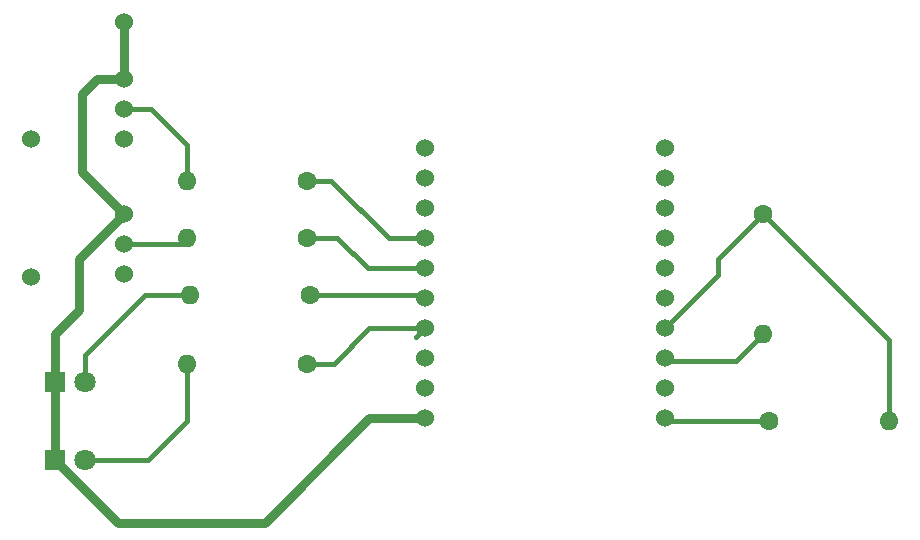
<source format=gtl>
G04 #@! TF.GenerationSoftware,KiCad,Pcbnew,(5.1.10)-1*
G04 #@! TF.CreationDate,2021-11-08T21:38:05-05:00*
G04 #@! TF.ProjectId,SmartLights,536d6172-744c-4696-9768-74732e6b6963,rev?*
G04 #@! TF.SameCoordinates,Original*
G04 #@! TF.FileFunction,Copper,L1,Top*
G04 #@! TF.FilePolarity,Positive*
%FSLAX46Y46*%
G04 Gerber Fmt 4.6, Leading zero omitted, Abs format (unit mm)*
G04 Created by KiCad (PCBNEW (5.1.10)-1) date 2021-11-08 21:38:05*
%MOMM*%
%LPD*%
G01*
G04 APERTURE LIST*
G04 #@! TA.AperFunction,ComponentPad*
%ADD10O,1.600000X1.600000*%
G04 #@! TD*
G04 #@! TA.AperFunction,ComponentPad*
%ADD11C,1.600000*%
G04 #@! TD*
G04 #@! TA.AperFunction,ComponentPad*
%ADD12R,1.800000X1.800000*%
G04 #@! TD*
G04 #@! TA.AperFunction,ComponentPad*
%ADD13C,1.800000*%
G04 #@! TD*
G04 #@! TA.AperFunction,ComponentPad*
%ADD14C,1.524000*%
G04 #@! TD*
G04 #@! TA.AperFunction,Conductor*
%ADD15C,0.762000*%
G04 #@! TD*
G04 #@! TA.AperFunction,Conductor*
%ADD16C,0.381000*%
G04 #@! TD*
G04 APERTURE END LIST*
D10*
X140208000Y-100330000D03*
D11*
X140208000Y-90170000D03*
D10*
X150876000Y-107696000D03*
D11*
X140716000Y-107696000D03*
D10*
X91440000Y-87376000D03*
D11*
X101600000Y-87376000D03*
D10*
X91440000Y-102870000D03*
D11*
X101600000Y-102870000D03*
D10*
X91694000Y-97028000D03*
D11*
X101854000Y-97028000D03*
D10*
X91440000Y-92202000D03*
D11*
X101600000Y-92202000D03*
D12*
X80264000Y-104394000D03*
D13*
X82804000Y-104394000D03*
X82804000Y-110998000D03*
D12*
X80264000Y-110998000D03*
D14*
X86106000Y-90170000D03*
X86106000Y-92710000D03*
X86106000Y-95250000D03*
X86106000Y-83820000D03*
X86106000Y-81280000D03*
X86106000Y-78740000D03*
X111566001Y-84642001D03*
X111566001Y-87182001D03*
X111566001Y-89722001D03*
X111566001Y-92262001D03*
X111566001Y-94802001D03*
X111566001Y-97342001D03*
X111566001Y-99882001D03*
X111566001Y-102422001D03*
X111566001Y-104962001D03*
X111566001Y-107502001D03*
X131886001Y-94802001D03*
X131886001Y-89722001D03*
X131886001Y-84642001D03*
X131886001Y-97342001D03*
X131886001Y-99882001D03*
X131886001Y-102422001D03*
X131886001Y-87182001D03*
X131886001Y-92262001D03*
X131886001Y-104962001D03*
X131886001Y-107502001D03*
X78232000Y-95504000D03*
X78232000Y-83820000D03*
X86106000Y-73914000D03*
D15*
X80264000Y-110998000D02*
X80264000Y-104394000D01*
X86106000Y-73914000D02*
X86106000Y-78740000D01*
X111566001Y-107502001D02*
X106873999Y-107502001D01*
X106873999Y-107502001D02*
X98044000Y-116332000D01*
X85598000Y-116332000D02*
X80264000Y-110998000D01*
X98044000Y-116332000D02*
X85598000Y-116332000D01*
X80264000Y-104394000D02*
X80264000Y-100330000D01*
X80264000Y-100330000D02*
X82296000Y-98298000D01*
X82296000Y-93980000D02*
X86106000Y-90170000D01*
X82296000Y-98298000D02*
X82296000Y-93980000D01*
X86106000Y-78740000D02*
X83820000Y-78740000D01*
X83820000Y-78740000D02*
X82550000Y-80010000D01*
X82550000Y-86614000D02*
X86106000Y-90170000D01*
X82550000Y-80010000D02*
X82550000Y-86614000D01*
D16*
X82804000Y-104394000D02*
X82804000Y-102108000D01*
X87884000Y-97028000D02*
X91694000Y-97028000D01*
X82804000Y-102108000D02*
X87884000Y-97028000D01*
X83058000Y-110744000D02*
X82804000Y-110998000D01*
X91440000Y-102870000D02*
X91440000Y-107696000D01*
X88138000Y-110998000D02*
X82804000Y-110998000D01*
X91440000Y-107696000D02*
X88138000Y-110998000D01*
X90932000Y-92710000D02*
X91440000Y-92202000D01*
X86106000Y-92710000D02*
X90932000Y-92710000D01*
X85852000Y-95504000D02*
X86106000Y-95250000D01*
X86106000Y-81280000D02*
X88392000Y-81280000D01*
X91440000Y-84328000D02*
X91440000Y-87376000D01*
X88392000Y-81280000D02*
X91440000Y-84328000D01*
X111566001Y-94802001D02*
X106740001Y-94802001D01*
X104140000Y-92202000D02*
X101600000Y-92202000D01*
X106740001Y-94802001D02*
X104140000Y-92202000D01*
X111252000Y-97028000D02*
X111566001Y-97342001D01*
X101854000Y-97028000D02*
X111252000Y-97028000D01*
X110864002Y-100584000D02*
X111566001Y-99882001D01*
X101600000Y-102870000D02*
X103886000Y-102870000D01*
X106873999Y-99882001D02*
X111566001Y-99882001D01*
X103886000Y-102870000D02*
X106873999Y-99882001D01*
X101600000Y-87376000D02*
X103632000Y-87376000D01*
X108518001Y-92262001D02*
X111566001Y-92262001D01*
X103632000Y-87376000D02*
X108518001Y-92262001D01*
X132080000Y-107696000D02*
X131886001Y-107502001D01*
X140716000Y-107696000D02*
X132080000Y-107696000D01*
X150876000Y-100838000D02*
X140208000Y-90170000D01*
X150876000Y-107696000D02*
X150876000Y-100838000D01*
X131886001Y-99882001D02*
X136398000Y-95370002D01*
X136398000Y-93980000D02*
X140208000Y-90170000D01*
X136398000Y-95370002D02*
X136398000Y-93980000D01*
X140208000Y-100330000D02*
X137922000Y-102616000D01*
X132080000Y-102616000D02*
X131886001Y-102422001D01*
X137922000Y-102616000D02*
X132080000Y-102616000D01*
M02*

</source>
